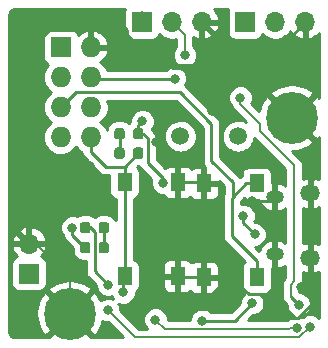
<source format=gbr>
G04 #@! TF.GenerationSoftware,KiCad,Pcbnew,(5.99.0-286-g11f0acefe)*
G04 #@! TF.CreationDate,2019-12-02T23:07:14-05:00*
G04 #@! TF.ProjectId,Controller,436f6e74-726f-46c6-9c65-722e6b696361,rev?*
G04 #@! TF.SameCoordinates,Original*
G04 #@! TF.FileFunction,Copper,L2,Bot*
G04 #@! TF.FilePolarity,Positive*
%FSLAX46Y46*%
G04 Gerber Fmt 4.6, Leading zero omitted, Abs format (unit mm)*
G04 Created by KiCad (PCBNEW (5.99.0-286-g11f0acefe)) date 2019-12-02 23:07:14*
%MOMM*%
%LPD*%
G04 APERTURE LIST*
%ADD10C,4.400000*%
%ADD11O,1.727200X1.727200*%
%ADD12R,1.727200X1.727200*%
%ADD13C,1.500000*%
%ADD14R,1.300000X1.550000*%
%ADD15O,1.700000X1.700000*%
%ADD16R,1.700000X1.700000*%
%ADD17O,1.700000X1.350000*%
%ADD18O,1.500000X1.100000*%
%ADD19C,0.800000*%
%ADD20C,0.500000*%
%ADD21C,0.160000*%
%ADD22C,0.250000*%
%ADD23C,0.200000*%
%ADD24C,0.254000*%
G04 APERTURE END LIST*
D10*
X150550000Y-49800000D03*
X131750000Y-66400000D03*
D11*
X133540000Y-51470000D03*
X131000000Y-51470000D03*
X133540000Y-48930000D03*
X131000000Y-48930000D03*
X133540000Y-46390000D03*
X131000000Y-46390000D03*
X133540000Y-43850000D03*
D12*
X131000000Y-43850000D03*
D13*
X141113750Y-51381250D03*
X145993750Y-51381250D03*
D14*
X143100000Y-55375000D03*
X147600000Y-55375000D03*
X147600000Y-63325000D03*
X143100000Y-63325000D03*
X136400000Y-55275000D03*
X140900000Y-55275000D03*
X140900000Y-63225000D03*
X136400000Y-63225000D03*
G04 #@! TA.AperFunction,SMDPad,CuDef*
G36*
X134939962Y-58641651D02*
G01*
X135010930Y-58689070D01*
X135058349Y-58760038D01*
X135075000Y-58843750D01*
X135075000Y-59356250D01*
X135058349Y-59439962D01*
X135010930Y-59510930D01*
X134939962Y-59558349D01*
X134856250Y-59575000D01*
X134418750Y-59575000D01*
X134335038Y-59558349D01*
X134264070Y-59510930D01*
X134216651Y-59439962D01*
X134200000Y-59356250D01*
X134200000Y-58843750D01*
X134216651Y-58760038D01*
X134264070Y-58689070D01*
X134335038Y-58641651D01*
X134418750Y-58625000D01*
X134856250Y-58625000D01*
X134939962Y-58641651D01*
G37*
G04 #@! TD.AperFunction*
G04 #@! TA.AperFunction,SMDPad,CuDef*
G36*
X133364962Y-58641651D02*
G01*
X133435930Y-58689070D01*
X133483349Y-58760038D01*
X133500000Y-58843750D01*
X133500000Y-59356250D01*
X133483349Y-59439962D01*
X133435930Y-59510930D01*
X133364962Y-59558349D01*
X133281250Y-59575000D01*
X132843750Y-59575000D01*
X132760038Y-59558349D01*
X132689070Y-59510930D01*
X132641651Y-59439962D01*
X132625000Y-59356250D01*
X132625000Y-58843750D01*
X132641651Y-58760038D01*
X132689070Y-58689070D01*
X132760038Y-58641651D01*
X132843750Y-58625000D01*
X133281250Y-58625000D01*
X133364962Y-58641651D01*
G37*
G04 #@! TD.AperFunction*
G04 #@! TA.AperFunction,SMDPad,CuDef*
G36*
X136264962Y-50691651D02*
G01*
X136335930Y-50739070D01*
X136383349Y-50810038D01*
X136400000Y-50893750D01*
X136400000Y-51406250D01*
X136383349Y-51489962D01*
X136335930Y-51560930D01*
X136264962Y-51608349D01*
X136181250Y-51625000D01*
X135743750Y-51625000D01*
X135660038Y-51608349D01*
X135589070Y-51560930D01*
X135541651Y-51489962D01*
X135525000Y-51406250D01*
X135525000Y-50893750D01*
X135541651Y-50810038D01*
X135589070Y-50739070D01*
X135660038Y-50691651D01*
X135743750Y-50675000D01*
X136181250Y-50675000D01*
X136264962Y-50691651D01*
G37*
G04 #@! TD.AperFunction*
G04 #@! TA.AperFunction,SMDPad,CuDef*
G36*
X137839962Y-50691651D02*
G01*
X137910930Y-50739070D01*
X137958349Y-50810038D01*
X137975000Y-50893750D01*
X137975000Y-51406250D01*
X137958349Y-51489962D01*
X137910930Y-51560930D01*
X137839962Y-51608349D01*
X137756250Y-51625000D01*
X137318750Y-51625000D01*
X137235038Y-51608349D01*
X137164070Y-51560930D01*
X137116651Y-51489962D01*
X137100000Y-51406250D01*
X137100000Y-50893750D01*
X137116651Y-50810038D01*
X137164070Y-50739070D01*
X137235038Y-50691651D01*
X137318750Y-50675000D01*
X137756250Y-50675000D01*
X137839962Y-50691651D01*
G37*
G04 #@! TD.AperFunction*
D15*
X151680001Y-41712497D03*
X149140001Y-41712497D03*
D16*
X146600001Y-41712497D03*
D15*
X142930001Y-41712498D03*
X140390001Y-41712498D03*
D16*
X137850001Y-41712498D03*
D17*
X152123750Y-56211251D03*
X152123750Y-61671251D03*
D18*
X149123750Y-56521251D03*
X149123750Y-61361251D03*
G04 #@! TA.AperFunction,SMDPad,CuDef*
G36*
X134939962Y-60341651D02*
G01*
X135010930Y-60389070D01*
X135058349Y-60460038D01*
X135075000Y-60543750D01*
X135075000Y-61056250D01*
X135058349Y-61139962D01*
X135010930Y-61210930D01*
X134939962Y-61258349D01*
X134856250Y-61275000D01*
X134418750Y-61275000D01*
X134335038Y-61258349D01*
X134264070Y-61210930D01*
X134216651Y-61139962D01*
X134200000Y-61056250D01*
X134200000Y-60543750D01*
X134216651Y-60460038D01*
X134264070Y-60389070D01*
X134335038Y-60341651D01*
X134418750Y-60325000D01*
X134856250Y-60325000D01*
X134939962Y-60341651D01*
G37*
G04 #@! TD.AperFunction*
G04 #@! TA.AperFunction,SMDPad,CuDef*
G36*
X133364962Y-60341651D02*
G01*
X133435930Y-60389070D01*
X133483349Y-60460038D01*
X133500000Y-60543750D01*
X133500000Y-61056250D01*
X133483349Y-61139962D01*
X133435930Y-61210930D01*
X133364962Y-61258349D01*
X133281250Y-61275000D01*
X132843750Y-61275000D01*
X132760038Y-61258349D01*
X132689070Y-61210930D01*
X132641651Y-61139962D01*
X132625000Y-61056250D01*
X132625000Y-60543750D01*
X132641651Y-60460038D01*
X132689070Y-60389070D01*
X132760038Y-60341651D01*
X132843750Y-60325000D01*
X133281250Y-60325000D01*
X133364962Y-60341651D01*
G37*
G04 #@! TD.AperFunction*
G04 #@! TA.AperFunction,SMDPad,CuDef*
G36*
X137839962Y-52341651D02*
G01*
X137910930Y-52389070D01*
X137958349Y-52460038D01*
X137975000Y-52543750D01*
X137975000Y-53056250D01*
X137958349Y-53139962D01*
X137910930Y-53210930D01*
X137839962Y-53258349D01*
X137756250Y-53275000D01*
X137318750Y-53275000D01*
X137235038Y-53258349D01*
X137164070Y-53210930D01*
X137116651Y-53139962D01*
X137100000Y-53056250D01*
X137100000Y-52543750D01*
X137116651Y-52460038D01*
X137164070Y-52389070D01*
X137235038Y-52341651D01*
X137318750Y-52325000D01*
X137756250Y-52325000D01*
X137839962Y-52341651D01*
G37*
G04 #@! TD.AperFunction*
G04 #@! TA.AperFunction,SMDPad,CuDef*
G36*
X136264962Y-52341651D02*
G01*
X136335930Y-52389070D01*
X136383349Y-52460038D01*
X136400000Y-52543750D01*
X136400000Y-53056250D01*
X136383349Y-53139962D01*
X136335930Y-53210930D01*
X136264962Y-53258349D01*
X136181250Y-53275000D01*
X135743750Y-53275000D01*
X135660038Y-53258349D01*
X135589070Y-53210930D01*
X135541651Y-53139962D01*
X135525000Y-53056250D01*
X135525000Y-52543750D01*
X135541651Y-52460038D01*
X135589070Y-52389070D01*
X135660038Y-52341651D01*
X135743750Y-52325000D01*
X136181250Y-52325000D01*
X136264962Y-52341651D01*
G37*
G04 #@! TD.AperFunction*
D15*
X128293750Y-60460000D03*
D16*
X128293750Y-63000000D03*
D19*
X141500000Y-44500000D03*
X141204662Y-49204662D03*
X136000000Y-49000000D03*
X145000000Y-53000000D03*
X142500000Y-53000000D03*
X140900000Y-59600000D03*
X135000000Y-66100000D03*
X152100000Y-67500000D03*
X139000000Y-66900000D03*
X150950000Y-67600000D03*
X152350000Y-53900000D03*
X147150000Y-56850000D03*
X143800000Y-49200000D03*
X139649998Y-55314452D03*
X139075010Y-51900000D03*
X140900000Y-55275000D03*
X133500000Y-53900000D03*
X151137340Y-65637340D03*
X151300000Y-64150000D03*
X146200000Y-48100000D03*
X136300000Y-64600000D03*
X135000000Y-63950000D03*
X131969193Y-59115011D03*
X128650000Y-53400000D03*
X128600000Y-56050000D03*
X140650000Y-46500000D03*
X137900000Y-50100000D03*
X147200000Y-65500000D03*
X142950000Y-67000000D03*
X130412500Y-56300000D03*
X133012500Y-56300000D03*
X147450001Y-43612499D03*
X142600001Y-45562498D03*
X139400001Y-44112498D03*
X142593750Y-65481250D03*
X145593749Y-62881248D03*
X147393750Y-59681248D03*
X146443750Y-58131251D03*
D20*
X142600001Y-45562498D02*
X144550001Y-43612498D01*
X144550001Y-43612498D02*
X144830000Y-43612498D01*
X142600001Y-45562498D02*
X142034316Y-45562498D01*
X142034316Y-45562498D02*
X141971818Y-45500000D01*
X141971818Y-45500000D02*
X140500000Y-45500000D01*
X140500000Y-45500000D02*
X139400001Y-44400001D01*
X139400001Y-44400001D02*
X139400001Y-44112498D01*
X142930001Y-41712498D02*
X144830002Y-43612499D01*
X144830002Y-43612499D02*
X147450001Y-43612499D01*
X135350000Y-41350000D02*
X136500000Y-42500000D01*
X130962798Y-41350000D02*
X135350000Y-41350000D01*
X126800000Y-45512798D02*
X130962798Y-41350000D01*
X136500000Y-42500000D02*
X136500000Y-42872499D01*
X126800000Y-58966250D02*
X126800000Y-45512798D01*
X128293750Y-60460000D02*
X126800000Y-58966250D01*
X136500000Y-42872499D02*
X137739999Y-44112498D01*
X137739999Y-44112498D02*
X138834316Y-44112498D01*
X138834316Y-44112498D02*
X139400001Y-44112498D01*
X137850001Y-41712498D02*
X137850001Y-41850001D01*
D21*
X141500000Y-44500000D02*
X141500000Y-42822497D01*
X141500000Y-42822497D02*
X140390001Y-41712498D01*
D22*
X140900000Y-59600000D02*
X140900000Y-55275000D01*
D23*
X131750000Y-66400000D02*
X131750000Y-63288731D01*
X131750000Y-63288731D02*
X128921269Y-60460000D01*
X128921269Y-60460000D02*
X128293750Y-60460000D01*
X150750000Y-63650000D02*
X150450000Y-63950000D01*
X150450000Y-63950000D02*
X150450000Y-64950000D01*
X150750000Y-53850000D02*
X150750000Y-63650000D01*
X147850000Y-50950000D02*
X150750000Y-53850000D01*
X147850000Y-50315685D02*
X147850000Y-50950000D01*
X146200000Y-48100000D02*
X146200000Y-48665685D01*
X146200000Y-48665685D02*
X147850000Y-50315685D01*
X137300000Y-68400000D02*
X135000000Y-66100000D01*
X151200000Y-68400000D02*
X137300000Y-68400000D01*
X152100000Y-67500000D02*
X151200000Y-68400000D01*
X139800000Y-67700000D02*
X139000000Y-66900000D01*
X150284315Y-67700000D02*
X139800000Y-67700000D01*
X150950000Y-67600000D02*
X150384315Y-67600000D01*
X150384315Y-67600000D02*
X150284315Y-67700000D01*
D22*
X152350000Y-55060001D02*
X152350000Y-53900000D01*
X152123750Y-56211251D02*
X152123750Y-55286251D01*
X152123750Y-55286251D02*
X152350000Y-55060001D01*
X147150000Y-56850000D02*
X148795001Y-56850000D01*
X148795001Y-56850000D02*
X149123750Y-56521251D01*
X143800000Y-49200000D02*
X143800000Y-46762497D01*
X143800000Y-46762497D02*
X142600001Y-45562498D01*
X139649998Y-54949998D02*
X139649998Y-55314452D01*
X138350000Y-53650000D02*
X139649998Y-54949998D01*
X138350000Y-51525000D02*
X138350000Y-53650000D01*
X137975000Y-51150000D02*
X138350000Y-51525000D01*
X140900000Y-55275000D02*
X140900000Y-53724990D01*
X139475009Y-52299999D02*
X139075010Y-51900000D01*
X137537500Y-51150000D02*
X137975000Y-51150000D01*
X140900000Y-53724990D02*
X139475009Y-52299999D01*
X141050000Y-47650000D02*
X132280000Y-47650000D01*
X143750000Y-50350000D02*
X141050000Y-47650000D01*
X132280000Y-47650000D02*
X131000000Y-48930000D01*
X143750000Y-53450000D02*
X143750000Y-50350000D01*
X145537500Y-56537500D02*
X145537500Y-55237500D01*
X145537500Y-55237500D02*
X143750000Y-53450000D01*
X145537500Y-56537500D02*
X145450000Y-56625000D01*
X146700000Y-55375000D02*
X145537500Y-56537500D01*
X133012500Y-54387500D02*
X133500000Y-53900000D01*
X133012500Y-56300000D02*
X133012500Y-54387500D01*
X147850000Y-64750000D02*
X146896816Y-64750000D01*
X145593749Y-63446933D02*
X145593749Y-62881248D01*
X146896816Y-64750000D02*
X145593749Y-63446933D01*
X148300000Y-65200000D02*
X147850000Y-64750000D01*
X148300000Y-65800000D02*
X148300000Y-65200000D01*
X149250000Y-66750000D02*
X148300000Y-65800000D01*
X151050000Y-66750000D02*
X149250000Y-66750000D01*
X152700000Y-65100000D02*
X151050000Y-66750000D01*
X150737341Y-65237341D02*
X151137340Y-65637340D01*
X152700000Y-64984315D02*
X152700000Y-65100000D01*
X150450000Y-64950000D02*
X150737341Y-65237341D01*
X151300000Y-64150000D02*
X151865685Y-64150000D01*
X151865685Y-64150000D02*
X152700000Y-64984315D01*
X136300000Y-64600000D02*
X136300000Y-63325000D01*
X136300000Y-63325000D02*
X136400000Y-63225000D01*
X134637500Y-59100000D02*
X134637500Y-60800000D01*
X133850000Y-62800000D02*
X135000000Y-63950000D01*
X133850000Y-59450000D02*
X133850000Y-62800000D01*
X133062500Y-59100000D02*
X133500000Y-59100000D01*
X133500000Y-59100000D02*
X133850000Y-59450000D01*
X131969193Y-59115011D02*
X131969193Y-59706693D01*
X131969193Y-59706693D02*
X133062500Y-60800000D01*
X136400000Y-53937500D02*
X134786186Y-53937500D01*
X134786186Y-53937500D02*
X133540000Y-52691314D01*
X133540000Y-52691314D02*
X133540000Y-51470000D01*
X128600000Y-53450000D02*
X128650000Y-53400000D01*
X128600000Y-56050000D02*
X128600000Y-53450000D01*
D20*
X137850001Y-40999999D02*
X137850001Y-41712498D01*
D22*
X140650000Y-46500000D02*
X133650000Y-46500000D01*
X133650000Y-46500000D02*
X133540000Y-46390000D01*
X133540000Y-43850000D02*
X139137503Y-43850000D01*
X139137503Y-43850000D02*
X139400001Y-44112498D01*
X145450000Y-59800000D02*
X147600000Y-61950000D01*
X147600000Y-61950000D02*
X147600000Y-63325000D01*
X145450000Y-56625000D02*
X145450000Y-59800000D01*
X147600000Y-55375000D02*
X146700000Y-55375000D01*
X137537500Y-50462500D02*
X137900000Y-50100000D01*
X137537500Y-51150000D02*
X137537500Y-50462500D01*
X135962500Y-52800000D02*
X135962500Y-51150000D01*
X136400000Y-55275000D02*
X136400000Y-53937500D01*
X136400000Y-53937500D02*
X137537500Y-52800000D01*
X136400000Y-63225000D02*
X136400000Y-55275000D01*
X143100000Y-63325000D02*
X143100000Y-64975000D01*
X143100000Y-64975000D02*
X142593750Y-65481250D01*
X140900000Y-55275000D02*
X143000000Y-55275000D01*
X143000000Y-55275000D02*
X143100000Y-55375000D01*
X140900000Y-63225000D02*
X140900000Y-62200000D01*
X140900000Y-62200000D02*
X140900000Y-59600000D01*
X143100000Y-63325000D02*
X141000000Y-63325000D01*
X141000000Y-63325000D02*
X140900000Y-63225000D01*
X145700000Y-67000000D02*
X147200000Y-65500000D01*
X142950000Y-67000000D02*
X145700000Y-67000000D01*
X133012500Y-56300000D02*
X130412500Y-56300000D01*
X147450001Y-43612499D02*
X149780000Y-43612498D01*
X149780000Y-43612498D02*
X151679999Y-41712498D01*
X147450001Y-43612499D02*
X144830000Y-43612498D01*
X142993751Y-65481251D02*
X142593750Y-65481250D01*
X145593749Y-62881248D02*
X142993751Y-65481251D01*
X146443750Y-58731250D02*
X147393750Y-59681248D01*
X146443750Y-58131251D02*
X146443750Y-58731250D01*
G36*
X145145045Y-40642311D02*
G01*
X145108164Y-40851473D01*
X145108164Y-42579085D01*
X145188796Y-42880009D01*
X145336186Y-43055662D01*
X145529815Y-43167453D01*
X145738977Y-43204334D01*
X147466589Y-43204334D01*
X147767513Y-43123702D01*
X147943166Y-42976312D01*
X148054957Y-42782683D01*
X148063523Y-42734101D01*
X148141494Y-42817568D01*
X148341961Y-42970007D01*
X148565247Y-43086489D01*
X148804967Y-43163687D01*
X149054267Y-43199389D01*
X149306018Y-43192577D01*
X149553023Y-43143445D01*
X149788217Y-43053398D01*
X150004878Y-42925009D01*
X150196808Y-42761952D01*
X150358522Y-42568888D01*
X150409502Y-42481472D01*
X150509576Y-42633530D01*
X150681494Y-42817568D01*
X150881961Y-42970007D01*
X151105247Y-43086489D01*
X151344967Y-43163687D01*
X151552001Y-43193336D01*
X151552001Y-41584497D01*
X151808001Y-41584497D01*
X151808001Y-43200139D01*
X152093023Y-43143445D01*
X152328217Y-43053398D01*
X152544878Y-42925009D01*
X152736808Y-42761952D01*
X152866002Y-42607713D01*
X152866002Y-48166215D01*
X152790350Y-48055935D01*
X152642772Y-47888248D01*
X150731019Y-49800000D01*
X152642449Y-51711429D01*
X152750207Y-51594442D01*
X152866002Y-51433592D01*
X152866001Y-55030484D01*
X152801825Y-54996720D01*
X152571275Y-54925132D01*
X152251750Y-54891549D01*
X152251750Y-57530168D01*
X152538316Y-57503837D01*
X152769860Y-57438535D01*
X152866001Y-57391123D01*
X152866001Y-60490484D01*
X152801825Y-60456720D01*
X152571275Y-60385132D01*
X152251750Y-60351549D01*
X152251750Y-62990168D01*
X152538316Y-62963837D01*
X152769860Y-62898535D01*
X152866001Y-62851123D01*
X152866001Y-66803704D01*
X152734891Y-66672594D01*
X152499109Y-66536466D01*
X152236128Y-66466000D01*
X151963872Y-66466000D01*
X151700891Y-66536466D01*
X151465109Y-66672594D01*
X151445555Y-66692149D01*
X151366388Y-66646442D01*
X151536449Y-66600874D01*
X151772231Y-66464746D01*
X151964746Y-66272231D01*
X152100874Y-66036449D01*
X152171340Y-65773468D01*
X152171340Y-65501212D01*
X152100874Y-65238231D01*
X151964746Y-65002449D01*
X151772231Y-64809934D01*
X151536449Y-64673806D01*
X151273468Y-64603340D01*
X151184000Y-64603340D01*
X151184000Y-64254031D01*
X151351220Y-64086812D01*
X151377774Y-64034697D01*
X151412149Y-63987383D01*
X151430223Y-63931758D01*
X151456776Y-63879646D01*
X151465926Y-63821876D01*
X151483999Y-63766254D01*
X151483999Y-63708279D01*
X151484000Y-63708273D01*
X151484000Y-62897682D01*
X151676225Y-62957370D01*
X151995750Y-62990953D01*
X151995750Y-60352334D01*
X151709184Y-60378665D01*
X151484000Y-60442173D01*
X151484000Y-57437682D01*
X151676225Y-57497370D01*
X151995750Y-57530953D01*
X151995750Y-54892334D01*
X151709184Y-54918665D01*
X151484000Y-54982173D01*
X151484000Y-53791727D01*
X151483999Y-53791721D01*
X151483999Y-53733746D01*
X151465926Y-53678124D01*
X151456776Y-53620354D01*
X151430223Y-53568242D01*
X151412149Y-53512617D01*
X151377774Y-53465303D01*
X151351219Y-53413187D01*
X151313819Y-53375787D01*
X151313816Y-53375783D01*
X150572833Y-52634801D01*
X150673843Y-52636476D01*
X151013711Y-52601054D01*
X151346862Y-52525058D01*
X151668471Y-52409588D01*
X151973878Y-52256319D01*
X152258659Y-52067468D01*
X152462586Y-51893606D01*
X148457531Y-47888551D01*
X148331125Y-48028695D01*
X148134396Y-48308092D01*
X147972658Y-48609101D01*
X147848254Y-48927360D01*
X147776840Y-49204494D01*
X147129831Y-48557485D01*
X147163534Y-48499109D01*
X147234000Y-48236128D01*
X147234000Y-47963872D01*
X147165173Y-47707005D01*
X148638025Y-47707005D01*
X150550000Y-49618981D01*
X152461541Y-47707439D01*
X152309663Y-47571881D01*
X152029240Y-47376617D01*
X151727388Y-47216458D01*
X151408482Y-47093722D01*
X151077140Y-47010188D01*
X150738164Y-46967065D01*
X150396461Y-46964977D01*
X150056982Y-47003956D01*
X149724645Y-47083437D01*
X149404263Y-47202267D01*
X149100478Y-47358727D01*
X148817689Y-47550549D01*
X148638025Y-47707005D01*
X147165173Y-47707005D01*
X147163534Y-47700891D01*
X147027406Y-47465109D01*
X146834891Y-47272594D01*
X146599109Y-47136466D01*
X146336128Y-47066000D01*
X146063872Y-47066000D01*
X145800891Y-47136466D01*
X145565109Y-47272594D01*
X145372594Y-47465109D01*
X145236466Y-47700891D01*
X145166000Y-47963872D01*
X145166000Y-48236128D01*
X145236466Y-48499109D01*
X145372594Y-48734891D01*
X145485732Y-48848028D01*
X145493224Y-48895331D01*
X145519779Y-48947448D01*
X145537851Y-49003066D01*
X145572226Y-49050381D01*
X145598781Y-49102497D01*
X145640815Y-49144531D01*
X145640821Y-49144538D01*
X146669675Y-50173392D01*
X146552291Y-50108859D01*
X146318142Y-50030059D01*
X146073740Y-49993969D01*
X145826810Y-50001729D01*
X145585156Y-50053094D01*
X145356417Y-50146441D01*
X145147824Y-50278818D01*
X144965970Y-50446042D01*
X144816602Y-50642827D01*
X144704443Y-50862952D01*
X144633036Y-51099460D01*
X144604642Y-51344875D01*
X144620154Y-51591440D01*
X144679084Y-51831361D01*
X144779569Y-52057054D01*
X144918434Y-52261386D01*
X145091287Y-52437899D01*
X145292666Y-52581011D01*
X145516206Y-52686201D01*
X145754840Y-52750143D01*
X146001025Y-52770816D01*
X146246982Y-52747567D01*
X146484933Y-52681128D01*
X146707359Y-52573604D01*
X146907229Y-52428390D01*
X147078224Y-52250078D01*
X147214941Y-52044303D01*
X147313057Y-51817569D01*
X147369852Y-51575424D01*
X147371576Y-51509608D01*
X150016000Y-54154032D01*
X150016000Y-55556457D01*
X149995904Y-55539594D01*
X149792432Y-55427735D01*
X149570684Y-55357392D01*
X149251750Y-55323871D01*
X149251750Y-57718033D01*
X149554835Y-57688316D01*
X149777118Y-57621204D01*
X149982133Y-57512196D01*
X150016000Y-57484575D01*
X150016001Y-60396457D01*
X149995904Y-60379594D01*
X149792432Y-60267735D01*
X149570684Y-60197392D01*
X149251750Y-60163871D01*
X149251750Y-62558033D01*
X149554835Y-62528316D01*
X149777118Y-62461204D01*
X149982133Y-62352196D01*
X150016001Y-62324574D01*
X150016001Y-63345968D01*
X149888330Y-63473638D01*
X149888326Y-63473643D01*
X149848780Y-63513189D01*
X149822225Y-63565304D01*
X149787851Y-63612618D01*
X149769777Y-63668243D01*
X149743224Y-63720355D01*
X149734074Y-63778125D01*
X149716001Y-63833747D01*
X149716001Y-63891722D01*
X149716000Y-63891728D01*
X149716001Y-64752845D01*
X149691001Y-64829787D01*
X149691001Y-65070213D01*
X149765297Y-65298874D01*
X149871070Y-65444457D01*
X150103340Y-65676728D01*
X150103340Y-65773468D01*
X150173806Y-66036449D01*
X150309934Y-66272231D01*
X150502449Y-66464746D01*
X150720952Y-66590898D01*
X150550891Y-66636466D01*
X150315109Y-66772594D01*
X150201972Y-66885732D01*
X150154670Y-66893224D01*
X150102555Y-66919778D01*
X150046933Y-66937851D01*
X150008189Y-66966000D01*
X146807387Y-66966000D01*
X147239388Y-66534000D01*
X147336128Y-66534000D01*
X147599109Y-66463534D01*
X147834891Y-66327406D01*
X148027406Y-66134891D01*
X148163534Y-65899109D01*
X148234000Y-65636128D01*
X148234000Y-65363872D01*
X148163534Y-65100891D01*
X148027406Y-64865109D01*
X147904134Y-64741837D01*
X148266588Y-64741837D01*
X148567512Y-64661205D01*
X148743165Y-64513815D01*
X148854956Y-64320186D01*
X148891837Y-64111024D01*
X148891837Y-62547710D01*
X148995750Y-62558631D01*
X148995750Y-60164469D01*
X148692665Y-60194186D01*
X148470382Y-60261298D01*
X148265367Y-60370306D01*
X148085431Y-60517058D01*
X147937424Y-60695966D01*
X147826988Y-60900215D01*
X147778912Y-61055525D01*
X147438635Y-60715248D01*
X147529878Y-60715248D01*
X147792859Y-60644782D01*
X148028641Y-60508654D01*
X148221156Y-60316139D01*
X148357284Y-60080357D01*
X148427750Y-59817376D01*
X148427750Y-59545120D01*
X148357284Y-59282139D01*
X148221156Y-59046357D01*
X148028641Y-58853842D01*
X147792859Y-58717714D01*
X147529878Y-58647248D01*
X147433137Y-58647248D01*
X147373963Y-58588074D01*
X147407284Y-58530360D01*
X147477750Y-58267379D01*
X147477750Y-57995123D01*
X147407284Y-57732142D01*
X147271156Y-57496360D01*
X147078641Y-57303845D01*
X146842859Y-57167717D01*
X146579878Y-57097251D01*
X146307622Y-57097251D01*
X146209000Y-57123677D01*
X146209000Y-56939387D01*
X146522058Y-56626329D01*
X146536185Y-56643165D01*
X146729814Y-56754956D01*
X146938976Y-56791837D01*
X147769125Y-56791837D01*
X147820658Y-56966929D01*
X147928232Y-57172700D01*
X148073726Y-57353656D01*
X148251596Y-57502908D01*
X148455068Y-57614767D01*
X148676816Y-57685110D01*
X148995750Y-57718631D01*
X148995750Y-55324468D01*
X148891837Y-55334657D01*
X148891837Y-54583412D01*
X148811205Y-54282489D01*
X148663815Y-54106835D01*
X148470186Y-53995044D01*
X148261024Y-53958163D01*
X146933412Y-53958163D01*
X146632489Y-54038795D01*
X146456835Y-54186185D01*
X146345044Y-54379814D01*
X146308163Y-54588976D01*
X146308163Y-54721510D01*
X146302196Y-54725846D01*
X146248310Y-54753302D01*
X146178304Y-54823309D01*
X146159198Y-54785810D01*
X146115757Y-54742369D01*
X146115751Y-54742362D01*
X144509000Y-53135613D01*
X144509000Y-50229786D01*
X144490310Y-50172265D01*
X144480850Y-50112533D01*
X144453392Y-50058642D01*
X144434703Y-50001125D01*
X144399153Y-49952195D01*
X144371698Y-49898310D01*
X144328257Y-49854869D01*
X144328251Y-49854862D01*
X141672047Y-47198661D01*
X141672045Y-47198657D01*
X141525308Y-47051921D01*
X141613534Y-46899109D01*
X141684000Y-46636128D01*
X141684000Y-46363872D01*
X141613534Y-46100891D01*
X141477406Y-45865109D01*
X141284891Y-45672594D01*
X141049109Y-45536466D01*
X140786128Y-45466000D01*
X140513872Y-45466000D01*
X140250891Y-45536466D01*
X140015109Y-45672594D01*
X139946704Y-45741000D01*
X134892663Y-45741000D01*
X134787518Y-45551703D01*
X134628438Y-45353494D01*
X134438237Y-45184922D01*
X134334129Y-45120246D01*
X134412803Y-45073625D01*
X134606493Y-44909074D01*
X134769688Y-44714240D01*
X134897723Y-44494695D01*
X134986937Y-44256715D01*
X135040358Y-43978000D01*
X133412000Y-43978000D01*
X133412000Y-43722000D01*
X133668000Y-43722000D01*
X135037361Y-43722000D01*
X134995137Y-43473676D01*
X134910927Y-43233881D01*
X134787518Y-43011703D01*
X134628438Y-42813494D01*
X134438237Y-42644922D01*
X134222354Y-42510807D01*
X133986958Y-42414983D01*
X133668000Y-42344563D01*
X133668000Y-43722000D01*
X133412000Y-43722000D01*
X133412000Y-42356889D01*
X133232641Y-42378750D01*
X132989144Y-42451571D01*
X132761399Y-42564378D01*
X132555917Y-42713943D01*
X132462557Y-42809781D01*
X132424805Y-42668889D01*
X132277415Y-42493235D01*
X132083786Y-42381444D01*
X131874624Y-42344563D01*
X130119812Y-42344563D01*
X129818889Y-42425195D01*
X129643235Y-42572585D01*
X129531444Y-42766214D01*
X129494563Y-42975376D01*
X129494563Y-44730188D01*
X129575195Y-45031112D01*
X129722585Y-45206765D01*
X129916214Y-45318556D01*
X129947585Y-45324088D01*
X129838573Y-45435992D01*
X129694436Y-45645320D01*
X129587631Y-45875940D01*
X129521209Y-46121258D01*
X129497070Y-46374261D01*
X129515906Y-46627714D01*
X129577175Y-46874369D01*
X129679127Y-47107175D01*
X129818848Y-47319475D01*
X129992341Y-47505199D01*
X130194646Y-47659035D01*
X130198500Y-47661046D01*
X130015917Y-47793943D01*
X129838573Y-47975992D01*
X129694436Y-48185320D01*
X129587631Y-48415940D01*
X129521209Y-48661258D01*
X129497070Y-48914261D01*
X129515906Y-49167714D01*
X129577175Y-49414369D01*
X129679127Y-49647175D01*
X129818848Y-49859475D01*
X129992341Y-50045199D01*
X130194646Y-50199035D01*
X130198500Y-50201046D01*
X130015917Y-50333943D01*
X129838573Y-50515992D01*
X129694436Y-50725320D01*
X129587631Y-50955940D01*
X129521209Y-51201258D01*
X129497070Y-51454261D01*
X129515906Y-51707714D01*
X129577175Y-51954369D01*
X129679127Y-52187175D01*
X129818848Y-52399475D01*
X129992341Y-52585199D01*
X130194646Y-52739035D01*
X130419979Y-52856585D01*
X130661896Y-52934490D01*
X130913481Y-52970519D01*
X131167540Y-52963645D01*
X131416807Y-52914062D01*
X131654157Y-52823190D01*
X131872803Y-52693625D01*
X132066493Y-52529074D01*
X132229688Y-52334240D01*
X132270198Y-52264776D01*
X132358848Y-52399475D01*
X132532341Y-52585199D01*
X132734646Y-52739035D01*
X132781001Y-52763217D01*
X132781001Y-52811527D01*
X132799688Y-52869038D01*
X132809150Y-52928781D01*
X132836609Y-52982671D01*
X132855297Y-53040188D01*
X132890846Y-53089117D01*
X132918302Y-53143003D01*
X133088657Y-53313359D01*
X133088661Y-53313361D01*
X134178600Y-54403301D01*
X134334496Y-54559198D01*
X134388382Y-54586654D01*
X134437311Y-54622203D01*
X134494828Y-54640891D01*
X134548718Y-54668350D01*
X134608461Y-54677812D01*
X134665972Y-54696499D01*
X134725936Y-54696499D01*
X134725942Y-54696500D01*
X135108163Y-54696500D01*
X135108163Y-56066588D01*
X135188795Y-56367512D01*
X135336185Y-56543165D01*
X135529814Y-56654956D01*
X135641001Y-56674561D01*
X135641001Y-58495851D01*
X135640162Y-58491996D01*
X135505094Y-58281824D01*
X135319773Y-58121243D01*
X135096719Y-58019378D01*
X134863013Y-57985776D01*
X134407453Y-57985776D01*
X134066996Y-58059838D01*
X133856824Y-58194906D01*
X133845228Y-58208288D01*
X133744773Y-58121243D01*
X133521719Y-58019378D01*
X133288013Y-57985776D01*
X132832453Y-57985776D01*
X132491996Y-58059838D01*
X132354963Y-58147903D01*
X132105321Y-58081011D01*
X131833065Y-58081011D01*
X131570084Y-58151477D01*
X131334302Y-58287605D01*
X131141787Y-58480120D01*
X131005659Y-58715902D01*
X130935193Y-58978883D01*
X130935193Y-59251139D01*
X131005659Y-59514120D01*
X131141787Y-59749902D01*
X131210194Y-59818308D01*
X131210194Y-59826906D01*
X131228881Y-59884419D01*
X131238343Y-59944160D01*
X131265801Y-59998051D01*
X131284490Y-60055568D01*
X131320038Y-60104494D01*
X131347496Y-60158383D01*
X131397275Y-60208161D01*
X131985776Y-60796663D01*
X131985776Y-61067547D01*
X132059838Y-61408004D01*
X132194906Y-61618176D01*
X132380227Y-61778757D01*
X132603281Y-61880622D01*
X132836987Y-61914224D01*
X133091001Y-61914224D01*
X133091001Y-62920213D01*
X133109690Y-62977732D01*
X133119151Y-63037467D01*
X133146608Y-63091355D01*
X133165297Y-63148875D01*
X133200849Y-63197806D01*
X133228303Y-63251690D01*
X133278082Y-63301468D01*
X133966000Y-63989387D01*
X133966000Y-64086128D01*
X134036466Y-64349109D01*
X134172594Y-64584891D01*
X134365109Y-64777406D01*
X134600891Y-64913534D01*
X134863872Y-64984000D01*
X135136128Y-64984000D01*
X135319268Y-64934927D01*
X135336466Y-64999109D01*
X135424098Y-65150893D01*
X135399109Y-65136466D01*
X135136128Y-65066000D01*
X134863872Y-65066000D01*
X134600891Y-65136466D01*
X134365109Y-65272594D01*
X134356843Y-65280860D01*
X134341699Y-65240677D01*
X134183650Y-64937715D01*
X133990350Y-64655935D01*
X133842772Y-64488248D01*
X131931019Y-66400000D01*
X133842449Y-68311429D01*
X133950207Y-68194442D01*
X134149848Y-67917122D01*
X134314730Y-67617823D01*
X134442460Y-67300884D01*
X134518994Y-67016251D01*
X134600891Y-67063534D01*
X134863872Y-67134000D01*
X134995969Y-67134000D01*
X136227968Y-68366000D01*
X133534980Y-68366000D01*
X131750000Y-66581019D01*
X129965020Y-68366000D01*
X127081659Y-68366000D01*
X127080909Y-68365804D01*
X127064984Y-68364087D01*
X126928114Y-68350184D01*
X126859170Y-68328579D01*
X126795975Y-68293549D01*
X126741118Y-68246531D01*
X126696836Y-68189443D01*
X126664934Y-68124608D01*
X126644736Y-68047066D01*
X126636651Y-67942008D01*
X126634000Y-67930101D01*
X126634000Y-66538693D01*
X128914212Y-66538693D01*
X128951413Y-66878371D01*
X129029152Y-67211120D01*
X129146304Y-67532119D01*
X129301170Y-67836720D01*
X129491509Y-68120509D01*
X129656726Y-68312254D01*
X131568981Y-66400000D01*
X129657531Y-64488551D01*
X129531125Y-64628695D01*
X129334396Y-64908092D01*
X129172658Y-65209101D01*
X129048254Y-65527360D01*
X128962986Y-65858259D01*
X128918088Y-66197006D01*
X128914212Y-66538693D01*
X126634000Y-66538693D01*
X126634000Y-60588000D01*
X126796418Y-60588000D01*
X126883846Y-60939970D01*
X126984873Y-61170662D01*
X127123325Y-61381033D01*
X127279134Y-61547827D01*
X127126239Y-61588795D01*
X126950585Y-61736185D01*
X126838794Y-61929814D01*
X126801913Y-62138976D01*
X126801913Y-63866588D01*
X126882545Y-64167512D01*
X127029935Y-64343165D01*
X127223564Y-64454956D01*
X127432726Y-64491837D01*
X129160338Y-64491837D01*
X129461262Y-64411205D01*
X129585443Y-64307005D01*
X129838025Y-64307005D01*
X131750000Y-66218981D01*
X133661541Y-64307439D01*
X133509663Y-64171881D01*
X133229240Y-63976617D01*
X132927388Y-63816458D01*
X132608482Y-63693722D01*
X132277140Y-63610188D01*
X131938164Y-63567065D01*
X131596461Y-63564977D01*
X131256982Y-63603956D01*
X130924645Y-63683437D01*
X130604263Y-63802267D01*
X130300478Y-63958727D01*
X130017689Y-64150549D01*
X129838025Y-64307005D01*
X129585443Y-64307005D01*
X129636915Y-64263815D01*
X129748706Y-64070186D01*
X129785587Y-63861024D01*
X129785587Y-62133412D01*
X129704955Y-61832489D01*
X129557565Y-61656835D01*
X129363936Y-61545044D01*
X129318166Y-61536973D01*
X129350557Y-61509455D01*
X129512271Y-61316391D01*
X129639143Y-61098840D01*
X129727546Y-60863022D01*
X129780258Y-60588000D01*
X126796418Y-60588000D01*
X126634000Y-60588000D01*
X126634000Y-60332000D01*
X126790943Y-60332000D01*
X128165750Y-60332000D01*
X128421750Y-60332000D01*
X129777315Y-60332000D01*
X129735672Y-60087094D01*
X129652227Y-59849476D01*
X129529938Y-59629315D01*
X129372304Y-59432907D01*
X129183830Y-59265866D01*
X128969906Y-59132969D01*
X128736649Y-59038016D01*
X128421750Y-58968492D01*
X128421750Y-60332000D01*
X128165750Y-60332000D01*
X128165750Y-58980590D01*
X127989181Y-59002112D01*
X127747897Y-59074272D01*
X127522220Y-59186053D01*
X127318604Y-59334261D01*
X127142870Y-59514656D01*
X127000043Y-59722083D01*
X126894207Y-59950609D01*
X126790943Y-60332000D01*
X126634000Y-60332000D01*
X126634000Y-41081659D01*
X126634196Y-41080909D01*
X126635913Y-41064984D01*
X126649816Y-40928114D01*
X126671421Y-40859170D01*
X126706449Y-40795978D01*
X126753471Y-40741117D01*
X126810561Y-40696834D01*
X126875388Y-40664935D01*
X126952939Y-40644735D01*
X127057992Y-40636651D01*
X127069899Y-40634000D01*
X128036470Y-40634000D01*
X136399844Y-40633999D01*
X136395045Y-40642312D01*
X136358164Y-40851474D01*
X136358164Y-42579086D01*
X136438796Y-42880010D01*
X136586186Y-43055663D01*
X136779815Y-43167454D01*
X136988977Y-43204335D01*
X138716589Y-43204335D01*
X139017513Y-43123703D01*
X139193166Y-42976313D01*
X139304957Y-42782684D01*
X139313523Y-42734102D01*
X139391494Y-42817569D01*
X139591961Y-42970008D01*
X139815247Y-43086490D01*
X140054967Y-43163688D01*
X140304267Y-43199390D01*
X140556018Y-43192578D01*
X140786001Y-43146832D01*
X140786000Y-43751704D01*
X140672594Y-43865109D01*
X140536466Y-44100891D01*
X140466000Y-44363872D01*
X140466000Y-44636128D01*
X140536466Y-44899109D01*
X140672594Y-45134891D01*
X140865109Y-45327406D01*
X141100891Y-45463534D01*
X141363872Y-45534000D01*
X141636128Y-45534000D01*
X141899109Y-45463534D01*
X142134891Y-45327406D01*
X142327406Y-45134891D01*
X142463534Y-44899109D01*
X142534000Y-44636128D01*
X142534000Y-44363872D01*
X142463534Y-44100891D01*
X142327406Y-43865109D01*
X142214000Y-43751704D01*
X142214000Y-43012805D01*
X142355247Y-43086490D01*
X142594967Y-43163688D01*
X142802001Y-43193337D01*
X142802001Y-41840498D01*
X143058001Y-41840498D01*
X143058001Y-43200140D01*
X143343023Y-43143446D01*
X143578217Y-43053399D01*
X143794878Y-42925010D01*
X143986808Y-42761953D01*
X144148522Y-42568889D01*
X144275394Y-42351338D01*
X144363797Y-42115520D01*
X144416509Y-41840498D01*
X143058001Y-41840498D01*
X142802001Y-41840498D01*
X142802001Y-41584498D01*
X144413566Y-41584498D01*
X144371923Y-41339592D01*
X144288478Y-41101974D01*
X144166189Y-40881813D01*
X144008555Y-40685405D01*
X143950553Y-40633999D01*
X145149844Y-40633999D01*
X145145045Y-40642311D01*
G37*
D24*
X145145045Y-40642311D02*
X145108164Y-40851473D01*
X145108164Y-42579085D01*
X145188796Y-42880009D01*
X145336186Y-43055662D01*
X145529815Y-43167453D01*
X145738977Y-43204334D01*
X147466589Y-43204334D01*
X147767513Y-43123702D01*
X147943166Y-42976312D01*
X148054957Y-42782683D01*
X148063523Y-42734101D01*
X148141494Y-42817568D01*
X148341961Y-42970007D01*
X148565247Y-43086489D01*
X148804967Y-43163687D01*
X149054267Y-43199389D01*
X149306018Y-43192577D01*
X149553023Y-43143445D01*
X149788217Y-43053398D01*
X150004878Y-42925009D01*
X150196808Y-42761952D01*
X150358522Y-42568888D01*
X150409502Y-42481472D01*
X150509576Y-42633530D01*
X150681494Y-42817568D01*
X150881961Y-42970007D01*
X151105247Y-43086489D01*
X151344967Y-43163687D01*
X151552001Y-43193336D01*
X151552001Y-41584497D01*
X151808001Y-41584497D01*
X151808001Y-43200139D01*
X152093023Y-43143445D01*
X152328217Y-43053398D01*
X152544878Y-42925009D01*
X152736808Y-42761952D01*
X152866002Y-42607713D01*
X152866002Y-48166215D01*
X152790350Y-48055935D01*
X152642772Y-47888248D01*
X150731019Y-49800000D01*
X152642449Y-51711429D01*
X152750207Y-51594442D01*
X152866002Y-51433592D01*
X152866001Y-55030484D01*
X152801825Y-54996720D01*
X152571275Y-54925132D01*
X152251750Y-54891549D01*
X152251750Y-57530168D01*
X152538316Y-57503837D01*
X152769860Y-57438535D01*
X152866001Y-57391123D01*
X152866001Y-60490484D01*
X152801825Y-60456720D01*
X152571275Y-60385132D01*
X152251750Y-60351549D01*
X152251750Y-62990168D01*
X152538316Y-62963837D01*
X152769860Y-62898535D01*
X152866001Y-62851123D01*
X152866001Y-66803704D01*
X152734891Y-66672594D01*
X152499109Y-66536466D01*
X152236128Y-66466000D01*
X151963872Y-66466000D01*
X151700891Y-66536466D01*
X151465109Y-66672594D01*
X151445555Y-66692149D01*
X151366388Y-66646442D01*
X151536449Y-66600874D01*
X151772231Y-66464746D01*
X151964746Y-66272231D01*
X152100874Y-66036449D01*
X152171340Y-65773468D01*
X152171340Y-65501212D01*
X152100874Y-65238231D01*
X151964746Y-65002449D01*
X151772231Y-64809934D01*
X151536449Y-64673806D01*
X151273468Y-64603340D01*
X151184000Y-64603340D01*
X151184000Y-64254031D01*
X151351220Y-64086812D01*
X151377774Y-64034697D01*
X151412149Y-63987383D01*
X151430223Y-63931758D01*
X151456776Y-63879646D01*
X151465926Y-63821876D01*
X151483999Y-63766254D01*
X151483999Y-63708279D01*
X151484000Y-63708273D01*
X151484000Y-62897682D01*
X151676225Y-62957370D01*
X151995750Y-62990953D01*
X151995750Y-60352334D01*
X151709184Y-60378665D01*
X151484000Y-60442173D01*
X151484000Y-57437682D01*
X151676225Y-57497370D01*
X151995750Y-57530953D01*
X151995750Y-54892334D01*
X151709184Y-54918665D01*
X151484000Y-54982173D01*
X151484000Y-53791727D01*
X151483999Y-53791721D01*
X151483999Y-53733746D01*
X151465926Y-53678124D01*
X151456776Y-53620354D01*
X151430223Y-53568242D01*
X151412149Y-53512617D01*
X151377774Y-53465303D01*
X151351219Y-53413187D01*
X151313819Y-53375787D01*
X151313816Y-53375783D01*
X150572833Y-52634801D01*
X150673843Y-52636476D01*
X151013711Y-52601054D01*
X151346862Y-52525058D01*
X151668471Y-52409588D01*
X151973878Y-52256319D01*
X152258659Y-52067468D01*
X152462586Y-51893606D01*
X148457531Y-47888551D01*
X148331125Y-48028695D01*
X148134396Y-48308092D01*
X147972658Y-48609101D01*
X147848254Y-48927360D01*
X147776840Y-49204494D01*
X147129831Y-48557485D01*
X147163534Y-48499109D01*
X147234000Y-48236128D01*
X147234000Y-47963872D01*
X147165173Y-47707005D01*
X148638025Y-47707005D01*
X150550000Y-49618981D01*
X152461541Y-47707439D01*
X152309663Y-47571881D01*
X152029240Y-47376617D01*
X151727388Y-47216458D01*
X151408482Y-47093722D01*
X151077140Y-47010188D01*
X150738164Y-46967065D01*
X150396461Y-46964977D01*
X150056982Y-47003956D01*
X149724645Y-47083437D01*
X149404263Y-47202267D01*
X149100478Y-47358727D01*
X148817689Y-47550549D01*
X148638025Y-47707005D01*
X147165173Y-47707005D01*
X147163534Y-47700891D01*
X147027406Y-47465109D01*
X146834891Y-47272594D01*
X146599109Y-47136466D01*
X146336128Y-47066000D01*
X146063872Y-47066000D01*
X145800891Y-47136466D01*
X145565109Y-47272594D01*
X145372594Y-47465109D01*
X145236466Y-47700891D01*
X145166000Y-47963872D01*
X145166000Y-48236128D01*
X145236466Y-48499109D01*
X145372594Y-48734891D01*
X145485732Y-48848028D01*
X145493224Y-48895331D01*
X145519779Y-48947448D01*
X145537851Y-49003066D01*
X145572226Y-49050381D01*
X145598781Y-49102497D01*
X145640815Y-49144531D01*
X145640821Y-49144538D01*
X146669675Y-50173392D01*
X146552291Y-50108859D01*
X146318142Y-50030059D01*
X146073740Y-49993969D01*
X145826810Y-50001729D01*
X145585156Y-50053094D01*
X145356417Y-50146441D01*
X145147824Y-50278818D01*
X144965970Y-50446042D01*
X144816602Y-50642827D01*
X144704443Y-50862952D01*
X144633036Y-51099460D01*
X144604642Y-51344875D01*
X144620154Y-51591440D01*
X144679084Y-51831361D01*
X144779569Y-52057054D01*
X144918434Y-52261386D01*
X145091287Y-52437899D01*
X145292666Y-52581011D01*
X145516206Y-52686201D01*
X145754840Y-52750143D01*
X146001025Y-52770816D01*
X146246982Y-52747567D01*
X146484933Y-52681128D01*
X146707359Y-52573604D01*
X146907229Y-52428390D01*
X147078224Y-52250078D01*
X147214941Y-52044303D01*
X147313057Y-51817569D01*
X147369852Y-51575424D01*
X147371576Y-51509608D01*
X150016000Y-54154032D01*
X150016000Y-55556457D01*
X149995904Y-55539594D01*
X149792432Y-55427735D01*
X149570684Y-55357392D01*
X149251750Y-55323871D01*
X149251750Y-57718033D01*
X149554835Y-57688316D01*
X149777118Y-57621204D01*
X149982133Y-57512196D01*
X150016000Y-57484575D01*
X150016001Y-60396457D01*
X149995904Y-60379594D01*
X149792432Y-60267735D01*
X149570684Y-60197392D01*
X149251750Y-60163871D01*
X149251750Y-62558033D01*
X149554835Y-62528316D01*
X149777118Y-62461204D01*
X149982133Y-62352196D01*
X150016001Y-62324574D01*
X150016001Y-63345968D01*
X149888330Y-63473638D01*
X149888326Y-63473643D01*
X149848780Y-63513189D01*
X149822225Y-63565304D01*
X149787851Y-63612618D01*
X149769777Y-63668243D01*
X149743224Y-63720355D01*
X149734074Y-63778125D01*
X149716001Y-63833747D01*
X149716001Y-63891722D01*
X149716000Y-63891728D01*
X149716001Y-64752845D01*
X149691001Y-64829787D01*
X149691001Y-65070213D01*
X149765297Y-65298874D01*
X149871070Y-65444457D01*
X150103340Y-65676728D01*
X150103340Y-65773468D01*
X150173806Y-66036449D01*
X150309934Y-66272231D01*
X150502449Y-66464746D01*
X150720952Y-66590898D01*
X150550891Y-66636466D01*
X150315109Y-66772594D01*
X150201972Y-66885732D01*
X150154670Y-66893224D01*
X150102555Y-66919778D01*
X150046933Y-66937851D01*
X150008189Y-66966000D01*
X146807387Y-66966000D01*
X147239388Y-66534000D01*
X147336128Y-66534000D01*
X147599109Y-66463534D01*
X147834891Y-66327406D01*
X148027406Y-66134891D01*
X148163534Y-65899109D01*
X148234000Y-65636128D01*
X148234000Y-65363872D01*
X148163534Y-65100891D01*
X148027406Y-64865109D01*
X147904134Y-64741837D01*
X148266588Y-64741837D01*
X148567512Y-64661205D01*
X148743165Y-64513815D01*
X148854956Y-64320186D01*
X148891837Y-64111024D01*
X148891837Y-62547710D01*
X148995750Y-62558631D01*
X148995750Y-60164469D01*
X148692665Y-60194186D01*
X148470382Y-60261298D01*
X148265367Y-60370306D01*
X148085431Y-60517058D01*
X147937424Y-60695966D01*
X147826988Y-60900215D01*
X147778912Y-61055525D01*
X147438635Y-60715248D01*
X147529878Y-60715248D01*
X147792859Y-60644782D01*
X148028641Y-60508654D01*
X148221156Y-60316139D01*
X148357284Y-60080357D01*
X148427750Y-59817376D01*
X148427750Y-59545120D01*
X148357284Y-59282139D01*
X148221156Y-59046357D01*
X148028641Y-58853842D01*
X147792859Y-58717714D01*
X147529878Y-58647248D01*
X147433137Y-58647248D01*
X147373963Y-58588074D01*
X147407284Y-58530360D01*
X147477750Y-58267379D01*
X147477750Y-57995123D01*
X147407284Y-57732142D01*
X147271156Y-57496360D01*
X147078641Y-57303845D01*
X146842859Y-57167717D01*
X146579878Y-57097251D01*
X146307622Y-57097251D01*
X146209000Y-57123677D01*
X146209000Y-56939387D01*
X146522058Y-56626329D01*
X146536185Y-56643165D01*
X146729814Y-56754956D01*
X146938976Y-56791837D01*
X147769125Y-56791837D01*
X147820658Y-56966929D01*
X147928232Y-57172700D01*
X148073726Y-57353656D01*
X148251596Y-57502908D01*
X148455068Y-57614767D01*
X148676816Y-57685110D01*
X148995750Y-57718631D01*
X148995750Y-55324468D01*
X148891837Y-55334657D01*
X148891837Y-54583412D01*
X148811205Y-54282489D01*
X148663815Y-54106835D01*
X148470186Y-53995044D01*
X148261024Y-53958163D01*
X146933412Y-53958163D01*
X146632489Y-54038795D01*
X146456835Y-54186185D01*
X146345044Y-54379814D01*
X146308163Y-54588976D01*
X146308163Y-54721510D01*
X146302196Y-54725846D01*
X146248310Y-54753302D01*
X146178304Y-54823309D01*
X146159198Y-54785810D01*
X146115757Y-54742369D01*
X146115751Y-54742362D01*
X144509000Y-53135613D01*
X144509000Y-50229786D01*
X144490310Y-50172265D01*
X144480850Y-50112533D01*
X144453392Y-50058642D01*
X144434703Y-50001125D01*
X144399153Y-49952195D01*
X144371698Y-49898310D01*
X144328257Y-49854869D01*
X144328251Y-49854862D01*
X141672047Y-47198661D01*
X141672045Y-47198657D01*
X141525308Y-47051921D01*
X141613534Y-46899109D01*
X141684000Y-46636128D01*
X141684000Y-46363872D01*
X141613534Y-46100891D01*
X141477406Y-45865109D01*
X141284891Y-45672594D01*
X141049109Y-45536466D01*
X140786128Y-45466000D01*
X140513872Y-45466000D01*
X140250891Y-45536466D01*
X140015109Y-45672594D01*
X139946704Y-45741000D01*
X134892663Y-45741000D01*
X134787518Y-45551703D01*
X134628438Y-45353494D01*
X134438237Y-45184922D01*
X134334129Y-45120246D01*
X134412803Y-45073625D01*
X134606493Y-44909074D01*
X134769688Y-44714240D01*
X134897723Y-44494695D01*
X134986937Y-44256715D01*
X135040358Y-43978000D01*
X133412000Y-43978000D01*
X133412000Y-43722000D01*
X133668000Y-43722000D01*
X135037361Y-43722000D01*
X134995137Y-43473676D01*
X134910927Y-43233881D01*
X134787518Y-43011703D01*
X134628438Y-42813494D01*
X134438237Y-42644922D01*
X134222354Y-42510807D01*
X133986958Y-42414983D01*
X133668000Y-42344563D01*
X133668000Y-43722000D01*
X133412000Y-43722000D01*
X133412000Y-42356889D01*
X133232641Y-42378750D01*
X132989144Y-42451571D01*
X132761399Y-42564378D01*
X132555917Y-42713943D01*
X132462557Y-42809781D01*
X132424805Y-42668889D01*
X132277415Y-42493235D01*
X132083786Y-42381444D01*
X131874624Y-42344563D01*
X130119812Y-42344563D01*
X129818889Y-42425195D01*
X129643235Y-42572585D01*
X129531444Y-42766214D01*
X129494563Y-42975376D01*
X129494563Y-44730188D01*
X129575195Y-45031112D01*
X129722585Y-45206765D01*
X129916214Y-45318556D01*
X129947585Y-45324088D01*
X129838573Y-45435992D01*
X129694436Y-45645320D01*
X129587631Y-45875940D01*
X129521209Y-46121258D01*
X129497070Y-46374261D01*
X129515906Y-46627714D01*
X129577175Y-46874369D01*
X129679127Y-47107175D01*
X129818848Y-47319475D01*
X129992341Y-47505199D01*
X130194646Y-47659035D01*
X130198500Y-47661046D01*
X130015917Y-47793943D01*
X129838573Y-47975992D01*
X129694436Y-48185320D01*
X129587631Y-48415940D01*
X129521209Y-48661258D01*
X129497070Y-48914261D01*
X129515906Y-49167714D01*
X129577175Y-49414369D01*
X129679127Y-49647175D01*
X129818848Y-49859475D01*
X129992341Y-50045199D01*
X130194646Y-50199035D01*
X130198500Y-50201046D01*
X130015917Y-50333943D01*
X129838573Y-50515992D01*
X129694436Y-50725320D01*
X129587631Y-50955940D01*
X129521209Y-51201258D01*
X129497070Y-51454261D01*
X129515906Y-51707714D01*
X129577175Y-51954369D01*
X129679127Y-52187175D01*
X129818848Y-52399475D01*
X129992341Y-52585199D01*
X130194646Y-52739035D01*
X130419979Y-52856585D01*
X130661896Y-52934490D01*
X130913481Y-52970519D01*
X131167540Y-52963645D01*
X131416807Y-52914062D01*
X131654157Y-52823190D01*
X131872803Y-52693625D01*
X132066493Y-52529074D01*
X132229688Y-52334240D01*
X132270198Y-52264776D01*
X132358848Y-52399475D01*
X132532341Y-52585199D01*
X132734646Y-52739035D01*
X132781001Y-52763217D01*
X132781001Y-52811527D01*
X132799688Y-52869038D01*
X132809150Y-52928781D01*
X132836609Y-52982671D01*
X132855297Y-53040188D01*
X132890846Y-53089117D01*
X132918302Y-53143003D01*
X133088657Y-53313359D01*
X133088661Y-53313361D01*
X134178600Y-54403301D01*
X134334496Y-54559198D01*
X134388382Y-54586654D01*
X134437311Y-54622203D01*
X134494828Y-54640891D01*
X134548718Y-54668350D01*
X134608461Y-54677812D01*
X134665972Y-54696499D01*
X134725936Y-54696499D01*
X134725942Y-54696500D01*
X135108163Y-54696500D01*
X135108163Y-56066588D01*
X135188795Y-56367512D01*
X135336185Y-56543165D01*
X135529814Y-56654956D01*
X135641001Y-56674561D01*
X135641001Y-58495851D01*
X135640162Y-58491996D01*
X135505094Y-58281824D01*
X135319773Y-58121243D01*
X135096719Y-58019378D01*
X134863013Y-57985776D01*
X134407453Y-57985776D01*
X134066996Y-58059838D01*
X133856824Y-58194906D01*
X133845228Y-58208288D01*
X133744773Y-58121243D01*
X133521719Y-58019378D01*
X133288013Y-57985776D01*
X132832453Y-57985776D01*
X132491996Y-58059838D01*
X132354963Y-58147903D01*
X132105321Y-58081011D01*
X131833065Y-58081011D01*
X131570084Y-58151477D01*
X131334302Y-58287605D01*
X131141787Y-58480120D01*
X131005659Y-58715902D01*
X130935193Y-58978883D01*
X130935193Y-59251139D01*
X131005659Y-59514120D01*
X131141787Y-59749902D01*
X131210194Y-59818308D01*
X131210194Y-59826906D01*
X131228881Y-59884419D01*
X131238343Y-59944160D01*
X131265801Y-59998051D01*
X131284490Y-60055568D01*
X131320038Y-60104494D01*
X131347496Y-60158383D01*
X131397275Y-60208161D01*
X131985776Y-60796663D01*
X131985776Y-61067547D01*
X132059838Y-61408004D01*
X132194906Y-61618176D01*
X132380227Y-61778757D01*
X132603281Y-61880622D01*
X132836987Y-61914224D01*
X133091001Y-61914224D01*
X133091001Y-62920213D01*
X133109690Y-62977732D01*
X133119151Y-63037467D01*
X133146608Y-63091355D01*
X133165297Y-63148875D01*
X133200849Y-63197806D01*
X133228303Y-63251690D01*
X133278082Y-63301468D01*
X133966000Y-63989387D01*
X133966000Y-64086128D01*
X134036466Y-64349109D01*
X134172594Y-64584891D01*
X134365109Y-64777406D01*
X134600891Y-64913534D01*
X134863872Y-64984000D01*
X135136128Y-64984000D01*
X135319268Y-64934927D01*
X135336466Y-64999109D01*
X135424098Y-65150893D01*
X135399109Y-65136466D01*
X135136128Y-65066000D01*
X134863872Y-65066000D01*
X134600891Y-65136466D01*
X134365109Y-65272594D01*
X134356843Y-65280860D01*
X134341699Y-65240677D01*
X134183650Y-64937715D01*
X133990350Y-64655935D01*
X133842772Y-64488248D01*
X131931019Y-66400000D01*
X133842449Y-68311429D01*
X133950207Y-68194442D01*
X134149848Y-67917122D01*
X134314730Y-67617823D01*
X134442460Y-67300884D01*
X134518994Y-67016251D01*
X134600891Y-67063534D01*
X134863872Y-67134000D01*
X134995969Y-67134000D01*
X136227968Y-68366000D01*
X133534980Y-68366000D01*
X131750000Y-66581019D01*
X129965020Y-68366000D01*
X127081659Y-68366000D01*
X127080909Y-68365804D01*
X127064984Y-68364087D01*
X126928114Y-68350184D01*
X126859170Y-68328579D01*
X126795975Y-68293549D01*
X126741118Y-68246531D01*
X126696836Y-68189443D01*
X126664934Y-68124608D01*
X126644736Y-68047066D01*
X126636651Y-67942008D01*
X126634000Y-67930101D01*
X126634000Y-66538693D01*
X128914212Y-66538693D01*
X128951413Y-66878371D01*
X129029152Y-67211120D01*
X129146304Y-67532119D01*
X129301170Y-67836720D01*
X129491509Y-68120509D01*
X129656726Y-68312254D01*
X131568981Y-66400000D01*
X129657531Y-64488551D01*
X129531125Y-64628695D01*
X129334396Y-64908092D01*
X129172658Y-65209101D01*
X129048254Y-65527360D01*
X128962986Y-65858259D01*
X128918088Y-66197006D01*
X128914212Y-66538693D01*
X126634000Y-66538693D01*
X126634000Y-60588000D01*
X126796418Y-60588000D01*
X126883846Y-60939970D01*
X126984873Y-61170662D01*
X127123325Y-61381033D01*
X127279134Y-61547827D01*
X127126239Y-61588795D01*
X126950585Y-61736185D01*
X126838794Y-61929814D01*
X126801913Y-62138976D01*
X126801913Y-63866588D01*
X126882545Y-64167512D01*
X127029935Y-64343165D01*
X127223564Y-64454956D01*
X127432726Y-64491837D01*
X129160338Y-64491837D01*
X129461262Y-64411205D01*
X129585443Y-64307005D01*
X129838025Y-64307005D01*
X131750000Y-66218981D01*
X133661541Y-64307439D01*
X133509663Y-64171881D01*
X133229240Y-63976617D01*
X132927388Y-63816458D01*
X132608482Y-63693722D01*
X132277140Y-63610188D01*
X131938164Y-63567065D01*
X131596461Y-63564977D01*
X131256982Y-63603956D01*
X130924645Y-63683437D01*
X130604263Y-63802267D01*
X130300478Y-63958727D01*
X130017689Y-64150549D01*
X129838025Y-64307005D01*
X129585443Y-64307005D01*
X129636915Y-64263815D01*
X129748706Y-64070186D01*
X129785587Y-63861024D01*
X129785587Y-62133412D01*
X129704955Y-61832489D01*
X129557565Y-61656835D01*
X129363936Y-61545044D01*
X129318166Y-61536973D01*
X129350557Y-61509455D01*
X129512271Y-61316391D01*
X129639143Y-61098840D01*
X129727546Y-60863022D01*
X129780258Y-60588000D01*
X126796418Y-60588000D01*
X126634000Y-60588000D01*
X126634000Y-60332000D01*
X126790943Y-60332000D01*
X128165750Y-60332000D01*
X128421750Y-60332000D01*
X129777315Y-60332000D01*
X129735672Y-60087094D01*
X129652227Y-59849476D01*
X129529938Y-59629315D01*
X129372304Y-59432907D01*
X129183830Y-59265866D01*
X128969906Y-59132969D01*
X128736649Y-59038016D01*
X128421750Y-58968492D01*
X128421750Y-60332000D01*
X128165750Y-60332000D01*
X128165750Y-58980590D01*
X127989181Y-59002112D01*
X127747897Y-59074272D01*
X127522220Y-59186053D01*
X127318604Y-59334261D01*
X127142870Y-59514656D01*
X127000043Y-59722083D01*
X126894207Y-59950609D01*
X126790943Y-60332000D01*
X126634000Y-60332000D01*
X126634000Y-41081659D01*
X126634196Y-41080909D01*
X126635913Y-41064984D01*
X126649816Y-40928114D01*
X126671421Y-40859170D01*
X126706449Y-40795978D01*
X126753471Y-40741117D01*
X126810561Y-40696834D01*
X126875388Y-40664935D01*
X126952939Y-40644735D01*
X127057992Y-40636651D01*
X127069899Y-40634000D01*
X128036470Y-40634000D01*
X136399844Y-40633999D01*
X136395045Y-40642312D01*
X136358164Y-40851474D01*
X136358164Y-42579086D01*
X136438796Y-42880010D01*
X136586186Y-43055663D01*
X136779815Y-43167454D01*
X136988977Y-43204335D01*
X138716589Y-43204335D01*
X139017513Y-43123703D01*
X139193166Y-42976313D01*
X139304957Y-42782684D01*
X139313523Y-42734102D01*
X139391494Y-42817569D01*
X139591961Y-42970008D01*
X139815247Y-43086490D01*
X140054967Y-43163688D01*
X140304267Y-43199390D01*
X140556018Y-43192578D01*
X140786001Y-43146832D01*
X140786000Y-43751704D01*
X140672594Y-43865109D01*
X140536466Y-44100891D01*
X140466000Y-44363872D01*
X140466000Y-44636128D01*
X140536466Y-44899109D01*
X140672594Y-45134891D01*
X140865109Y-45327406D01*
X141100891Y-45463534D01*
X141363872Y-45534000D01*
X141636128Y-45534000D01*
X141899109Y-45463534D01*
X142134891Y-45327406D01*
X142327406Y-45134891D01*
X142463534Y-44899109D01*
X142534000Y-44636128D01*
X142534000Y-44363872D01*
X142463534Y-44100891D01*
X142327406Y-43865109D01*
X142214000Y-43751704D01*
X142214000Y-43012805D01*
X142355247Y-43086490D01*
X142594967Y-43163688D01*
X142802001Y-43193337D01*
X142802001Y-41840498D01*
X143058001Y-41840498D01*
X143058001Y-43200140D01*
X143343023Y-43143446D01*
X143578217Y-43053399D01*
X143794878Y-42925010D01*
X143986808Y-42761953D01*
X144148522Y-42568889D01*
X144275394Y-42351338D01*
X144363797Y-42115520D01*
X144416509Y-41840498D01*
X143058001Y-41840498D01*
X142802001Y-41840498D01*
X142802001Y-41584498D01*
X144413566Y-41584498D01*
X144371923Y-41339592D01*
X144288478Y-41101974D01*
X144166189Y-40881813D01*
X144008555Y-40685405D01*
X143950553Y-40633999D01*
X145149844Y-40633999D01*
X145145045Y-40642311D01*
G36*
X142991001Y-50664389D02*
G01*
X142991000Y-53510243D01*
X142991001Y-53510249D01*
X142991001Y-53570213D01*
X143009688Y-53627724D01*
X143019150Y-53687467D01*
X143046609Y-53741357D01*
X143065297Y-53798874D01*
X143100846Y-53847803D01*
X143128302Y-53901689D01*
X143228000Y-54001388D01*
X143228000Y-55247000D01*
X144391837Y-55247000D01*
X144391837Y-55165225D01*
X144778501Y-55551890D01*
X144778500Y-56257954D01*
X144765296Y-56276127D01*
X144746609Y-56333644D01*
X144719150Y-56387533D01*
X144709688Y-56447276D01*
X144691001Y-56504787D01*
X144691001Y-56564751D01*
X144691000Y-56564757D01*
X144691001Y-59699743D01*
X144691001Y-59920213D01*
X144709690Y-59977732D01*
X144719151Y-60037467D01*
X144746608Y-60091355D01*
X144765297Y-60148875D01*
X144800849Y-60197806D01*
X144828303Y-60251690D01*
X146596014Y-62019401D01*
X146456835Y-62136185D01*
X146345044Y-62329814D01*
X146308163Y-62538976D01*
X146308163Y-64116588D01*
X146388795Y-64417512D01*
X146536185Y-64593165D01*
X146619435Y-64641229D01*
X146565109Y-64672594D01*
X146372594Y-64865109D01*
X146236466Y-65100891D01*
X146166000Y-65363872D01*
X146166000Y-65460612D01*
X145385613Y-66241000D01*
X143653296Y-66241000D01*
X143584891Y-66172594D01*
X143349109Y-66036466D01*
X143086128Y-65966000D01*
X142813872Y-65966000D01*
X142550891Y-66036466D01*
X142315109Y-66172594D01*
X142122594Y-66365109D01*
X141986466Y-66600891D01*
X141916000Y-66863872D01*
X141916000Y-66966000D01*
X140104032Y-66966000D01*
X140034000Y-66895968D01*
X140034000Y-66763872D01*
X139963534Y-66500891D01*
X139827406Y-66265109D01*
X139634891Y-66072594D01*
X139399109Y-65936466D01*
X139136128Y-65866000D01*
X138863872Y-65866000D01*
X138600891Y-65936466D01*
X138365109Y-66072594D01*
X138172594Y-66265109D01*
X138036466Y-66500891D01*
X137966000Y-66763872D01*
X137966000Y-67036128D01*
X138036466Y-67299109D01*
X138172594Y-67534891D01*
X138303703Y-67666000D01*
X137604032Y-67666000D01*
X136034000Y-66095969D01*
X136034000Y-65963872D01*
X135963534Y-65700891D01*
X135875902Y-65549107D01*
X135900891Y-65563534D01*
X136163872Y-65634000D01*
X136436128Y-65634000D01*
X136699109Y-65563534D01*
X136934891Y-65427406D01*
X137127406Y-65234891D01*
X137263534Y-64999109D01*
X137334000Y-64736128D01*
X137334000Y-64570184D01*
X137367512Y-64561205D01*
X137543165Y-64413815D01*
X137654956Y-64220186D01*
X137691837Y-64011024D01*
X137691837Y-63353000D01*
X139608163Y-63353000D01*
X139608163Y-64016588D01*
X139688795Y-64317512D01*
X139836185Y-64493165D01*
X140029814Y-64604956D01*
X140238976Y-64641837D01*
X140772000Y-64641837D01*
X140772000Y-63353000D01*
X139608163Y-63353000D01*
X137691837Y-63353000D01*
X137691837Y-62438976D01*
X139608163Y-62438976D01*
X139608163Y-63097000D01*
X140772000Y-63097000D01*
X140772000Y-61808163D01*
X141028000Y-61808163D01*
X141028000Y-64641837D01*
X141566588Y-64641837D01*
X141867512Y-64561205D01*
X141950756Y-64491355D01*
X142036185Y-64593165D01*
X142229814Y-64704956D01*
X142438976Y-64741837D01*
X142972000Y-64741837D01*
X142972000Y-63453000D01*
X143228000Y-63453000D01*
X143228000Y-64741837D01*
X143766588Y-64741837D01*
X144067512Y-64661205D01*
X144243165Y-64513815D01*
X144354956Y-64320186D01*
X144391837Y-64111024D01*
X144391837Y-63453000D01*
X143228000Y-63453000D01*
X142972000Y-63453000D01*
X142972000Y-61908163D01*
X143228000Y-61908163D01*
X143228000Y-63197000D01*
X144391837Y-63197000D01*
X144391837Y-62533412D01*
X144311205Y-62232489D01*
X144163815Y-62056835D01*
X143970186Y-61945044D01*
X143761024Y-61908163D01*
X143228000Y-61908163D01*
X142972000Y-61908163D01*
X142433412Y-61908163D01*
X142132489Y-61988795D01*
X142049244Y-62058646D01*
X141963815Y-61956835D01*
X141770186Y-61845044D01*
X141561024Y-61808163D01*
X141028000Y-61808163D01*
X140772000Y-61808163D01*
X140233412Y-61808163D01*
X139932489Y-61888795D01*
X139756835Y-62036185D01*
X139645044Y-62229814D01*
X139608163Y-62438976D01*
X137691837Y-62438976D01*
X137691837Y-62433412D01*
X137611205Y-62132489D01*
X137463815Y-61956835D01*
X137270186Y-61845044D01*
X137159000Y-61825439D01*
X137159000Y-56667075D01*
X137367512Y-56611205D01*
X137543165Y-56463815D01*
X137654956Y-56270186D01*
X137691837Y-56061024D01*
X137691837Y-54483412D01*
X137611205Y-54182489D01*
X137463815Y-54006835D01*
X137425927Y-53984960D01*
X137496663Y-53914224D01*
X137632784Y-53914224D01*
X137646608Y-53941355D01*
X137665297Y-53998875D01*
X137700849Y-54047806D01*
X137728303Y-54101690D01*
X137778082Y-54151468D01*
X138655925Y-55029312D01*
X138615998Y-55178324D01*
X138615998Y-55450580D01*
X138686464Y-55713561D01*
X138822592Y-55949343D01*
X139015107Y-56141858D01*
X139250889Y-56277986D01*
X139513870Y-56348452D01*
X139683688Y-56348452D01*
X139688795Y-56367512D01*
X139836185Y-56543165D01*
X140029814Y-56654956D01*
X140238976Y-56691837D01*
X140772000Y-56691837D01*
X140772000Y-53858163D01*
X141028000Y-53858163D01*
X141028000Y-56691837D01*
X141566588Y-56691837D01*
X141867512Y-56611205D01*
X141950756Y-56541355D01*
X142036185Y-56643165D01*
X142229814Y-56754956D01*
X142438976Y-56791837D01*
X142972000Y-56791837D01*
X142972000Y-55503000D01*
X143228000Y-55503000D01*
X143228000Y-56791837D01*
X143766588Y-56791837D01*
X144067512Y-56711205D01*
X144243165Y-56563815D01*
X144354956Y-56370186D01*
X144391837Y-56161024D01*
X144391837Y-55503000D01*
X143228000Y-55503000D01*
X142972000Y-55503000D01*
X142972000Y-53958163D01*
X142433412Y-53958163D01*
X142132489Y-54038795D01*
X142049244Y-54108646D01*
X141963815Y-54006835D01*
X141770186Y-53895044D01*
X141561024Y-53858163D01*
X141028000Y-53858163D01*
X140772000Y-53858163D01*
X140233412Y-53858163D01*
X139932489Y-53938795D01*
X139812699Y-54039311D01*
X139109000Y-53335613D01*
X139109000Y-51464756D01*
X139108999Y-51464750D01*
X139108999Y-51404786D01*
X139090312Y-51347275D01*
X139089932Y-51344875D01*
X139724642Y-51344875D01*
X139740154Y-51591440D01*
X139799084Y-51831361D01*
X139899569Y-52057054D01*
X140038434Y-52261386D01*
X140211287Y-52437899D01*
X140412666Y-52581011D01*
X140636206Y-52686201D01*
X140874840Y-52750143D01*
X141121025Y-52770816D01*
X141366982Y-52747567D01*
X141604933Y-52681128D01*
X141827359Y-52573604D01*
X142027229Y-52428390D01*
X142198224Y-52250078D01*
X142334941Y-52044303D01*
X142433057Y-51817569D01*
X142489852Y-51575424D01*
X142498129Y-51259362D01*
X142454084Y-51014576D01*
X142367969Y-50783018D01*
X142242209Y-50570369D01*
X142080779Y-50383352D01*
X141888784Y-50227878D01*
X141672291Y-50108859D01*
X141438142Y-50030059D01*
X141193740Y-49993969D01*
X140946810Y-50001729D01*
X140705156Y-50053094D01*
X140476417Y-50146441D01*
X140267824Y-50278818D01*
X140085970Y-50446042D01*
X139936602Y-50642827D01*
X139824443Y-50862952D01*
X139753036Y-51099460D01*
X139724642Y-51344875D01*
X139089932Y-51344875D01*
X139080850Y-51287532D01*
X139053391Y-51233642D01*
X139034703Y-51176125D01*
X138999155Y-51127198D01*
X138971697Y-51073309D01*
X138815800Y-50917413D01*
X138680342Y-50781955D01*
X138727406Y-50734891D01*
X138863534Y-50499109D01*
X138934000Y-50236128D01*
X138934000Y-49963872D01*
X138863534Y-49700891D01*
X138727406Y-49465109D01*
X138534891Y-49272594D01*
X138299109Y-49136466D01*
X138036128Y-49066000D01*
X137763872Y-49066000D01*
X137500891Y-49136466D01*
X137265109Y-49272594D01*
X137072594Y-49465109D01*
X136936466Y-49700891D01*
X136866000Y-49963872D01*
X136866000Y-50095453D01*
X136852797Y-50113625D01*
X136834108Y-50171142D01*
X136815853Y-50206971D01*
X136756824Y-50244906D01*
X136745228Y-50258288D01*
X136644773Y-50171243D01*
X136421719Y-50069378D01*
X136188013Y-50035776D01*
X135732453Y-50035776D01*
X135391996Y-50109838D01*
X135181824Y-50244906D01*
X135021243Y-50430227D01*
X134919378Y-50653281D01*
X134894729Y-50824719D01*
X134787518Y-50631703D01*
X134628438Y-50433494D01*
X134438237Y-50264922D01*
X134334129Y-50200246D01*
X134412803Y-50153625D01*
X134606493Y-49989074D01*
X134769688Y-49794240D01*
X134897723Y-49574695D01*
X134986937Y-49336715D01*
X135034893Y-49086509D01*
X135037842Y-48804832D01*
X134995137Y-48553676D01*
X134944330Y-48409000D01*
X140735614Y-48409000D01*
X142991001Y-50664389D01*
G37*
X142991001Y-50664389D02*
X142991000Y-53510243D01*
X142991001Y-53510249D01*
X142991001Y-53570213D01*
X143009688Y-53627724D01*
X143019150Y-53687467D01*
X143046609Y-53741357D01*
X143065297Y-53798874D01*
X143100846Y-53847803D01*
X143128302Y-53901689D01*
X143228000Y-54001388D01*
X143228000Y-55247000D01*
X144391837Y-55247000D01*
X144391837Y-55165225D01*
X144778501Y-55551890D01*
X144778500Y-56257954D01*
X144765296Y-56276127D01*
X144746609Y-56333644D01*
X144719150Y-56387533D01*
X144709688Y-56447276D01*
X144691001Y-56504787D01*
X144691001Y-56564751D01*
X144691000Y-56564757D01*
X144691001Y-59699743D01*
X144691001Y-59920213D01*
X144709690Y-59977732D01*
X144719151Y-60037467D01*
X144746608Y-60091355D01*
X144765297Y-60148875D01*
X144800849Y-60197806D01*
X144828303Y-60251690D01*
X146596014Y-62019401D01*
X146456835Y-62136185D01*
X146345044Y-62329814D01*
X146308163Y-62538976D01*
X146308163Y-64116588D01*
X146388795Y-64417512D01*
X146536185Y-64593165D01*
X146619435Y-64641229D01*
X146565109Y-64672594D01*
X146372594Y-64865109D01*
X146236466Y-65100891D01*
X146166000Y-65363872D01*
X146166000Y-65460612D01*
X145385613Y-66241000D01*
X143653296Y-66241000D01*
X143584891Y-66172594D01*
X143349109Y-66036466D01*
X143086128Y-65966000D01*
X142813872Y-65966000D01*
X142550891Y-66036466D01*
X142315109Y-66172594D01*
X142122594Y-66365109D01*
X141986466Y-66600891D01*
X141916000Y-66863872D01*
X141916000Y-66966000D01*
X140104032Y-66966000D01*
X140034000Y-66895968D01*
X140034000Y-66763872D01*
X139963534Y-66500891D01*
X139827406Y-66265109D01*
X139634891Y-66072594D01*
X139399109Y-65936466D01*
X139136128Y-65866000D01*
X138863872Y-65866000D01*
X138600891Y-65936466D01*
X138365109Y-66072594D01*
X138172594Y-66265109D01*
X138036466Y-66500891D01*
X137966000Y-66763872D01*
X137966000Y-67036128D01*
X138036466Y-67299109D01*
X138172594Y-67534891D01*
X138303703Y-67666000D01*
X137604032Y-67666000D01*
X136034000Y-66095969D01*
X136034000Y-65963872D01*
X135963534Y-65700891D01*
X135875902Y-65549107D01*
X135900891Y-65563534D01*
X136163872Y-65634000D01*
X136436128Y-65634000D01*
X136699109Y-65563534D01*
X136934891Y-65427406D01*
X137127406Y-65234891D01*
X137263534Y-64999109D01*
X137334000Y-64736128D01*
X137334000Y-64570184D01*
X137367512Y-64561205D01*
X137543165Y-64413815D01*
X137654956Y-64220186D01*
X137691837Y-64011024D01*
X137691837Y-63353000D01*
X139608163Y-63353000D01*
X139608163Y-64016588D01*
X139688795Y-64317512D01*
X139836185Y-64493165D01*
X140029814Y-64604956D01*
X140238976Y-64641837D01*
X140772000Y-64641837D01*
X140772000Y-63353000D01*
X139608163Y-63353000D01*
X137691837Y-63353000D01*
X137691837Y-62438976D01*
X139608163Y-62438976D01*
X139608163Y-63097000D01*
X140772000Y-63097000D01*
X140772000Y-61808163D01*
X141028000Y-61808163D01*
X141028000Y-64641837D01*
X141566588Y-64641837D01*
X141867512Y-64561205D01*
X141950756Y-64491355D01*
X142036185Y-64593165D01*
X142229814Y-64704956D01*
X142438976Y-64741837D01*
X142972000Y-64741837D01*
X142972000Y-63453000D01*
X143228000Y-63453000D01*
X143228000Y-64741837D01*
X143766588Y-64741837D01*
X144067512Y-64661205D01*
X144243165Y-64513815D01*
X144354956Y-64320186D01*
X144391837Y-64111024D01*
X144391837Y-63453000D01*
X143228000Y-63453000D01*
X142972000Y-63453000D01*
X142972000Y-61908163D01*
X143228000Y-61908163D01*
X143228000Y-63197000D01*
X144391837Y-63197000D01*
X144391837Y-62533412D01*
X144311205Y-62232489D01*
X144163815Y-62056835D01*
X143970186Y-61945044D01*
X143761024Y-61908163D01*
X143228000Y-61908163D01*
X142972000Y-61908163D01*
X142433412Y-61908163D01*
X142132489Y-61988795D01*
X142049244Y-62058646D01*
X141963815Y-61956835D01*
X141770186Y-61845044D01*
X141561024Y-61808163D01*
X141028000Y-61808163D01*
X140772000Y-61808163D01*
X140233412Y-61808163D01*
X139932489Y-61888795D01*
X139756835Y-62036185D01*
X139645044Y-62229814D01*
X139608163Y-62438976D01*
X137691837Y-62438976D01*
X137691837Y-62433412D01*
X137611205Y-62132489D01*
X137463815Y-61956835D01*
X137270186Y-61845044D01*
X137159000Y-61825439D01*
X137159000Y-56667075D01*
X137367512Y-56611205D01*
X137543165Y-56463815D01*
X137654956Y-56270186D01*
X137691837Y-56061024D01*
X137691837Y-54483412D01*
X137611205Y-54182489D01*
X137463815Y-54006835D01*
X137425927Y-53984960D01*
X137496663Y-53914224D01*
X137632784Y-53914224D01*
X137646608Y-53941355D01*
X137665297Y-53998875D01*
X137700849Y-54047806D01*
X137728303Y-54101690D01*
X137778082Y-54151468D01*
X138655925Y-55029312D01*
X138615998Y-55178324D01*
X138615998Y-55450580D01*
X138686464Y-55713561D01*
X138822592Y-55949343D01*
X139015107Y-56141858D01*
X139250889Y-56277986D01*
X139513870Y-56348452D01*
X139683688Y-56348452D01*
X139688795Y-56367512D01*
X139836185Y-56543165D01*
X140029814Y-56654956D01*
X140238976Y-56691837D01*
X140772000Y-56691837D01*
X140772000Y-53858163D01*
X141028000Y-53858163D01*
X141028000Y-56691837D01*
X141566588Y-56691837D01*
X141867512Y-56611205D01*
X141950756Y-56541355D01*
X142036185Y-56643165D01*
X142229814Y-56754956D01*
X142438976Y-56791837D01*
X142972000Y-56791837D01*
X142972000Y-55503000D01*
X143228000Y-55503000D01*
X143228000Y-56791837D01*
X143766588Y-56791837D01*
X144067512Y-56711205D01*
X144243165Y-56563815D01*
X144354956Y-56370186D01*
X144391837Y-56161024D01*
X144391837Y-55503000D01*
X143228000Y-55503000D01*
X142972000Y-55503000D01*
X142972000Y-53958163D01*
X142433412Y-53958163D01*
X142132489Y-54038795D01*
X142049244Y-54108646D01*
X141963815Y-54006835D01*
X141770186Y-53895044D01*
X141561024Y-53858163D01*
X141028000Y-53858163D01*
X140772000Y-53858163D01*
X140233412Y-53858163D01*
X139932489Y-53938795D01*
X139812699Y-54039311D01*
X139109000Y-53335613D01*
X139109000Y-51464756D01*
X139108999Y-51464750D01*
X139108999Y-51404786D01*
X139090312Y-51347275D01*
X139089932Y-51344875D01*
X139724642Y-51344875D01*
X139740154Y-51591440D01*
X139799084Y-51831361D01*
X139899569Y-52057054D01*
X140038434Y-52261386D01*
X140211287Y-52437899D01*
X140412666Y-52581011D01*
X140636206Y-52686201D01*
X140874840Y-52750143D01*
X141121025Y-52770816D01*
X141366982Y-52747567D01*
X141604933Y-52681128D01*
X141827359Y-52573604D01*
X142027229Y-52428390D01*
X142198224Y-52250078D01*
X142334941Y-52044303D01*
X142433057Y-51817569D01*
X142489852Y-51575424D01*
X142498129Y-51259362D01*
X142454084Y-51014576D01*
X142367969Y-50783018D01*
X142242209Y-50570369D01*
X142080779Y-50383352D01*
X141888784Y-50227878D01*
X141672291Y-50108859D01*
X141438142Y-50030059D01*
X141193740Y-49993969D01*
X140946810Y-50001729D01*
X140705156Y-50053094D01*
X140476417Y-50146441D01*
X140267824Y-50278818D01*
X140085970Y-50446042D01*
X139936602Y-50642827D01*
X139824443Y-50862952D01*
X139753036Y-51099460D01*
X139724642Y-51344875D01*
X139089932Y-51344875D01*
X139080850Y-51287532D01*
X139053391Y-51233642D01*
X139034703Y-51176125D01*
X138999155Y-51127198D01*
X138971697Y-51073309D01*
X138815800Y-50917413D01*
X138680342Y-50781955D01*
X138727406Y-50734891D01*
X138863534Y-50499109D01*
X138934000Y-50236128D01*
X138934000Y-49963872D01*
X138863534Y-49700891D01*
X138727406Y-49465109D01*
X138534891Y-49272594D01*
X138299109Y-49136466D01*
X138036128Y-49066000D01*
X137763872Y-49066000D01*
X137500891Y-49136466D01*
X137265109Y-49272594D01*
X137072594Y-49465109D01*
X136936466Y-49700891D01*
X136866000Y-49963872D01*
X136866000Y-50095453D01*
X136852797Y-50113625D01*
X136834108Y-50171142D01*
X136815853Y-50206971D01*
X136756824Y-50244906D01*
X136745228Y-50258288D01*
X136644773Y-50171243D01*
X136421719Y-50069378D01*
X136188013Y-50035776D01*
X135732453Y-50035776D01*
X135391996Y-50109838D01*
X135181824Y-50244906D01*
X135021243Y-50430227D01*
X134919378Y-50653281D01*
X134894729Y-50824719D01*
X134787518Y-50631703D01*
X134628438Y-50433494D01*
X134438237Y-50264922D01*
X134334129Y-50200246D01*
X134412803Y-50153625D01*
X134606493Y-49989074D01*
X134769688Y-49794240D01*
X134897723Y-49574695D01*
X134986937Y-49336715D01*
X135034893Y-49086509D01*
X135037842Y-48804832D01*
X134995137Y-48553676D01*
X134944330Y-48409000D01*
X140735614Y-48409000D01*
X142991001Y-50664389D01*
M02*

</source>
